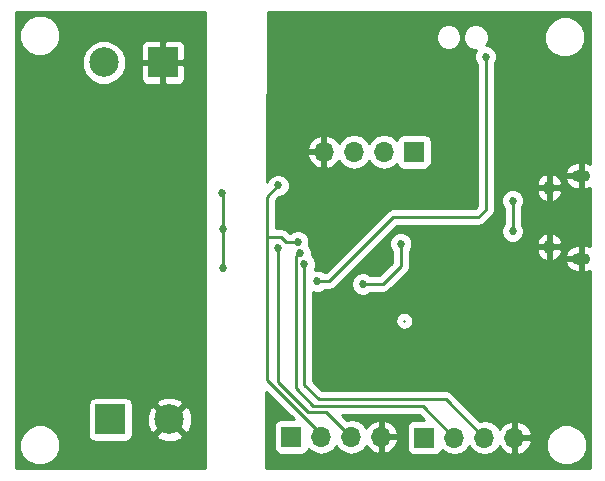
<source format=gbr>
G04 #@! TF.FileFunction,Copper,L2,Bot,Signal*
%FSLAX46Y46*%
G04 Gerber Fmt 4.6, Leading zero omitted, Abs format (unit mm)*
G04 Created by KiCad (PCBNEW 4.0.5) date 2017 February 05, Sunday 16:15:56*
%MOMM*%
%LPD*%
G01*
G04 APERTURE LIST*
%ADD10C,0.100000*%
%ADD11R,1.700000X1.700000*%
%ADD12O,1.700000X1.700000*%
%ADD13R,2.500000X2.500000*%
%ADD14C,2.500000*%
%ADD15O,0.950000X1.250000*%
%ADD16O,1.550000X1.000000*%
%ADD17C,0.685800*%
%ADD18C,0.254000*%
%ADD19C,0.152400*%
G04 APERTURE END LIST*
D10*
D11*
X84023200Y-131648200D03*
D12*
X86563200Y-131648200D03*
X89103200Y-131648200D03*
X91643200Y-131648200D03*
D13*
X73152000Y-99949000D03*
D14*
X68152000Y-99949000D03*
D11*
X95300800Y-131711700D03*
D12*
X97840800Y-131711700D03*
X100380800Y-131711700D03*
X102920800Y-131711700D03*
D11*
X94411800Y-107518200D03*
D12*
X91871800Y-107518200D03*
X89331800Y-107518200D03*
X86791800Y-107518200D03*
D15*
X105863400Y-115555400D03*
X105863400Y-110555400D03*
D16*
X108563400Y-116555400D03*
X108563400Y-109555400D03*
D13*
X68707000Y-130175000D03*
D14*
X73707000Y-130175000D03*
D17*
X92722700Y-99288600D03*
X99301300Y-115087400D03*
X88468200Y-120865900D03*
X100584000Y-121005600D03*
X88544400Y-110998000D03*
X108051600Y-111785400D03*
X103251000Y-107340400D03*
X107696000Y-129286000D03*
X83439000Y-103505000D03*
X90081100Y-118706900D03*
X93294200Y-115303300D03*
X82931000Y-115697000D03*
X84582000Y-115138200D03*
X82905600Y-110363000D03*
X84759800Y-116103400D03*
X85140800Y-117017800D03*
X102768400Y-114236500D03*
X102768400Y-111658400D03*
X100469700Y-99453700D03*
X86233000Y-118465600D03*
X78219300Y-117335300D03*
X78219300Y-114046000D03*
X78193900Y-111023400D03*
X71628000Y-113538000D03*
X72644000Y-113538000D03*
X72136000Y-114808000D03*
D18*
X93599000Y-121843800D02*
X93573600Y-121818400D01*
X92722700Y-99288600D02*
X92722700Y-99339400D01*
X88480900Y-120853200D02*
X88480900Y-120840500D01*
X88468200Y-120865900D02*
X88480900Y-120853200D01*
D19*
X103251000Y-107340400D02*
X103251000Y-107442000D01*
D18*
X93294200Y-115303300D02*
X93294200Y-117208300D01*
X91795600Y-118706900D02*
X90081100Y-118706900D01*
X93294200Y-117208300D02*
X91795600Y-118706900D01*
X93294200Y-115303300D02*
X93294200Y-115328700D01*
X86995002Y-129540002D02*
X89103200Y-131648200D01*
X85432902Y-129540002D02*
X86995002Y-129540002D01*
X82931000Y-127038100D02*
X85432902Y-129540002D01*
X82931000Y-115697000D02*
X82931000Y-127038100D01*
X84582000Y-115138200D02*
X83591400Y-115138200D01*
X83185000Y-114731800D02*
X81965800Y-114731800D01*
X83591400Y-115138200D02*
X83185000Y-114731800D01*
X81965800Y-111302800D02*
X82905600Y-110363000D01*
X81965800Y-126809500D02*
X81965800Y-114731800D01*
X81965800Y-114731800D02*
X81965800Y-111302800D01*
X86563200Y-131406900D02*
X81965800Y-126809500D01*
X86563200Y-131648200D02*
X86563200Y-131406900D01*
X84416900Y-116344700D02*
X84416900Y-127533400D01*
X95161100Y-129032000D02*
X97840800Y-131711700D01*
X85890100Y-129032000D02*
X95161100Y-129032000D01*
X84404200Y-127546100D02*
X85890100Y-129032000D01*
X84416900Y-127533400D02*
X84404200Y-127546100D01*
X84759800Y-116103400D02*
X84658200Y-116103400D01*
X84658200Y-116103400D02*
X84416900Y-116344700D01*
X84416900Y-116344700D02*
X84404200Y-116357400D01*
X85140800Y-117017800D02*
X85140800Y-127241298D01*
X85140800Y-127241298D02*
X86334602Y-128435100D01*
X86334602Y-128435100D02*
X97104200Y-128435100D01*
X97104200Y-128435100D02*
X100380800Y-131711700D01*
X102768400Y-114236500D02*
X102768400Y-111658400D01*
X100469700Y-112433100D02*
X100469700Y-99453700D01*
X87236300Y-118465600D02*
X92659200Y-113042700D01*
X92659200Y-113042700D02*
X99860100Y-113042700D01*
X99860100Y-113042700D02*
X100469700Y-112433100D01*
X86233000Y-118465600D02*
X87236300Y-118465600D01*
X86258400Y-118440200D02*
X86271100Y-118440200D01*
X86233000Y-118465600D02*
X86258400Y-118440200D01*
X78219300Y-114046000D02*
X78219300Y-117335300D01*
X78219300Y-111048800D02*
X78219300Y-114046000D01*
X78193900Y-111023400D02*
X78219300Y-111048800D01*
G36*
X76708000Y-134290000D02*
X60710000Y-134290000D01*
X60710000Y-132677599D01*
X61002699Y-132677599D01*
X61266281Y-133315515D01*
X61753918Y-133804004D01*
X62391373Y-134068699D01*
X63081599Y-134069301D01*
X63719515Y-133805719D01*
X64208004Y-133318082D01*
X64472699Y-132680627D01*
X64473301Y-131990401D01*
X64209719Y-131352485D01*
X63722082Y-130863996D01*
X63084627Y-130599301D01*
X62394401Y-130598699D01*
X61756485Y-130862281D01*
X61267996Y-131349918D01*
X61003301Y-131987373D01*
X61002699Y-132677599D01*
X60710000Y-132677599D01*
X60710000Y-128925000D01*
X66809560Y-128925000D01*
X66809560Y-131425000D01*
X66853838Y-131660317D01*
X66992910Y-131876441D01*
X67205110Y-132021431D01*
X67457000Y-132072440D01*
X69957000Y-132072440D01*
X70192317Y-132028162D01*
X70408441Y-131889090D01*
X70553431Y-131676890D01*
X70587567Y-131508320D01*
X72553285Y-131508320D01*
X72682533Y-131801123D01*
X73382806Y-132069388D01*
X74132435Y-132049250D01*
X74731467Y-131801123D01*
X74860715Y-131508320D01*
X73707000Y-130354605D01*
X72553285Y-131508320D01*
X70587567Y-131508320D01*
X70604440Y-131425000D01*
X70604440Y-129850806D01*
X71812612Y-129850806D01*
X71832750Y-130600435D01*
X72080877Y-131199467D01*
X72373680Y-131328715D01*
X73527395Y-130175000D01*
X73886605Y-130175000D01*
X75040320Y-131328715D01*
X75333123Y-131199467D01*
X75601388Y-130499194D01*
X75581250Y-129749565D01*
X75333123Y-129150533D01*
X75040320Y-129021285D01*
X73886605Y-130175000D01*
X73527395Y-130175000D01*
X72373680Y-129021285D01*
X72080877Y-129150533D01*
X71812612Y-129850806D01*
X70604440Y-129850806D01*
X70604440Y-128925000D01*
X70588763Y-128841680D01*
X72553285Y-128841680D01*
X73707000Y-129995395D01*
X74860715Y-128841680D01*
X74731467Y-128548877D01*
X74031194Y-128280612D01*
X73281565Y-128300750D01*
X72682533Y-128548877D01*
X72553285Y-128841680D01*
X70588763Y-128841680D01*
X70560162Y-128689683D01*
X70421090Y-128473559D01*
X70208890Y-128328569D01*
X69957000Y-128277560D01*
X67457000Y-128277560D01*
X67221683Y-128321838D01*
X67005559Y-128460910D01*
X66860569Y-128673110D01*
X66809560Y-128925000D01*
X60710000Y-128925000D01*
X60710000Y-100322305D01*
X66266674Y-100322305D01*
X66553043Y-101015372D01*
X67082839Y-101546093D01*
X67775405Y-101833672D01*
X68525305Y-101834326D01*
X69218372Y-101547957D01*
X69749093Y-101018161D01*
X70036672Y-100325595D01*
X70036751Y-100234750D01*
X71267000Y-100234750D01*
X71267000Y-101325310D01*
X71363673Y-101558699D01*
X71542302Y-101737327D01*
X71775691Y-101834000D01*
X72866250Y-101834000D01*
X73025000Y-101675250D01*
X73025000Y-100076000D01*
X73279000Y-100076000D01*
X73279000Y-101675250D01*
X73437750Y-101834000D01*
X74528309Y-101834000D01*
X74761698Y-101737327D01*
X74940327Y-101558699D01*
X75037000Y-101325310D01*
X75037000Y-100234750D01*
X74878250Y-100076000D01*
X73279000Y-100076000D01*
X73025000Y-100076000D01*
X71425750Y-100076000D01*
X71267000Y-100234750D01*
X70036751Y-100234750D01*
X70037326Y-99575695D01*
X69750957Y-98882628D01*
X69441560Y-98572690D01*
X71267000Y-98572690D01*
X71267000Y-99663250D01*
X71425750Y-99822000D01*
X73025000Y-99822000D01*
X73025000Y-98222750D01*
X73279000Y-98222750D01*
X73279000Y-99822000D01*
X74878250Y-99822000D01*
X75037000Y-99663250D01*
X75037000Y-98572690D01*
X74940327Y-98339301D01*
X74761698Y-98160673D01*
X74528309Y-98064000D01*
X73437750Y-98064000D01*
X73279000Y-98222750D01*
X73025000Y-98222750D01*
X72866250Y-98064000D01*
X71775691Y-98064000D01*
X71542302Y-98160673D01*
X71363673Y-98339301D01*
X71267000Y-98572690D01*
X69441560Y-98572690D01*
X69221161Y-98351907D01*
X68528595Y-98064328D01*
X67778695Y-98063674D01*
X67085628Y-98350043D01*
X66554907Y-98879839D01*
X66267328Y-99572405D01*
X66266674Y-100322305D01*
X60710000Y-100322305D01*
X60710000Y-98006599D01*
X61002699Y-98006599D01*
X61266281Y-98644515D01*
X61753918Y-99133004D01*
X62391373Y-99397699D01*
X63081599Y-99398301D01*
X63719515Y-99134719D01*
X64208004Y-98647082D01*
X64472699Y-98009627D01*
X64473301Y-97319401D01*
X64209719Y-96681485D01*
X63722082Y-96192996D01*
X63084627Y-95928301D01*
X62394401Y-95927699D01*
X61756485Y-96191281D01*
X61267996Y-96678918D01*
X61003301Y-97316373D01*
X61002699Y-98006599D01*
X60710000Y-98006599D01*
X60710000Y-95710000D01*
X76708000Y-95710000D01*
X76708000Y-134290000D01*
X76708000Y-134290000D01*
G37*
X76708000Y-134290000D02*
X60710000Y-134290000D01*
X60710000Y-132677599D01*
X61002699Y-132677599D01*
X61266281Y-133315515D01*
X61753918Y-133804004D01*
X62391373Y-134068699D01*
X63081599Y-134069301D01*
X63719515Y-133805719D01*
X64208004Y-133318082D01*
X64472699Y-132680627D01*
X64473301Y-131990401D01*
X64209719Y-131352485D01*
X63722082Y-130863996D01*
X63084627Y-130599301D01*
X62394401Y-130598699D01*
X61756485Y-130862281D01*
X61267996Y-131349918D01*
X61003301Y-131987373D01*
X61002699Y-132677599D01*
X60710000Y-132677599D01*
X60710000Y-128925000D01*
X66809560Y-128925000D01*
X66809560Y-131425000D01*
X66853838Y-131660317D01*
X66992910Y-131876441D01*
X67205110Y-132021431D01*
X67457000Y-132072440D01*
X69957000Y-132072440D01*
X70192317Y-132028162D01*
X70408441Y-131889090D01*
X70553431Y-131676890D01*
X70587567Y-131508320D01*
X72553285Y-131508320D01*
X72682533Y-131801123D01*
X73382806Y-132069388D01*
X74132435Y-132049250D01*
X74731467Y-131801123D01*
X74860715Y-131508320D01*
X73707000Y-130354605D01*
X72553285Y-131508320D01*
X70587567Y-131508320D01*
X70604440Y-131425000D01*
X70604440Y-129850806D01*
X71812612Y-129850806D01*
X71832750Y-130600435D01*
X72080877Y-131199467D01*
X72373680Y-131328715D01*
X73527395Y-130175000D01*
X73886605Y-130175000D01*
X75040320Y-131328715D01*
X75333123Y-131199467D01*
X75601388Y-130499194D01*
X75581250Y-129749565D01*
X75333123Y-129150533D01*
X75040320Y-129021285D01*
X73886605Y-130175000D01*
X73527395Y-130175000D01*
X72373680Y-129021285D01*
X72080877Y-129150533D01*
X71812612Y-129850806D01*
X70604440Y-129850806D01*
X70604440Y-128925000D01*
X70588763Y-128841680D01*
X72553285Y-128841680D01*
X73707000Y-129995395D01*
X74860715Y-128841680D01*
X74731467Y-128548877D01*
X74031194Y-128280612D01*
X73281565Y-128300750D01*
X72682533Y-128548877D01*
X72553285Y-128841680D01*
X70588763Y-128841680D01*
X70560162Y-128689683D01*
X70421090Y-128473559D01*
X70208890Y-128328569D01*
X69957000Y-128277560D01*
X67457000Y-128277560D01*
X67221683Y-128321838D01*
X67005559Y-128460910D01*
X66860569Y-128673110D01*
X66809560Y-128925000D01*
X60710000Y-128925000D01*
X60710000Y-100322305D01*
X66266674Y-100322305D01*
X66553043Y-101015372D01*
X67082839Y-101546093D01*
X67775405Y-101833672D01*
X68525305Y-101834326D01*
X69218372Y-101547957D01*
X69749093Y-101018161D01*
X70036672Y-100325595D01*
X70036751Y-100234750D01*
X71267000Y-100234750D01*
X71267000Y-101325310D01*
X71363673Y-101558699D01*
X71542302Y-101737327D01*
X71775691Y-101834000D01*
X72866250Y-101834000D01*
X73025000Y-101675250D01*
X73025000Y-100076000D01*
X73279000Y-100076000D01*
X73279000Y-101675250D01*
X73437750Y-101834000D01*
X74528309Y-101834000D01*
X74761698Y-101737327D01*
X74940327Y-101558699D01*
X75037000Y-101325310D01*
X75037000Y-100234750D01*
X74878250Y-100076000D01*
X73279000Y-100076000D01*
X73025000Y-100076000D01*
X71425750Y-100076000D01*
X71267000Y-100234750D01*
X70036751Y-100234750D01*
X70037326Y-99575695D01*
X69750957Y-98882628D01*
X69441560Y-98572690D01*
X71267000Y-98572690D01*
X71267000Y-99663250D01*
X71425750Y-99822000D01*
X73025000Y-99822000D01*
X73025000Y-98222750D01*
X73279000Y-98222750D01*
X73279000Y-99822000D01*
X74878250Y-99822000D01*
X75037000Y-99663250D01*
X75037000Y-98572690D01*
X74940327Y-98339301D01*
X74761698Y-98160673D01*
X74528309Y-98064000D01*
X73437750Y-98064000D01*
X73279000Y-98222750D01*
X73025000Y-98222750D01*
X72866250Y-98064000D01*
X71775691Y-98064000D01*
X71542302Y-98160673D01*
X71363673Y-98339301D01*
X71267000Y-98572690D01*
X69441560Y-98572690D01*
X69221161Y-98351907D01*
X68528595Y-98064328D01*
X67778695Y-98063674D01*
X67085628Y-98350043D01*
X66554907Y-98879839D01*
X66267328Y-99572405D01*
X66266674Y-100322305D01*
X60710000Y-100322305D01*
X60710000Y-98006599D01*
X61002699Y-98006599D01*
X61266281Y-98644515D01*
X61753918Y-99133004D01*
X62391373Y-99397699D01*
X63081599Y-99398301D01*
X63719515Y-99134719D01*
X64208004Y-98647082D01*
X64472699Y-98009627D01*
X64473301Y-97319401D01*
X64209719Y-96681485D01*
X63722082Y-96192996D01*
X63084627Y-95928301D01*
X62394401Y-95927699D01*
X61756485Y-96191281D01*
X61267996Y-96678918D01*
X61003301Y-97316373D01*
X61002699Y-98006599D01*
X60710000Y-98006599D01*
X60710000Y-95710000D01*
X76708000Y-95710000D01*
X76708000Y-134290000D01*
G36*
X109290000Y-108523585D02*
X108965400Y-108420400D01*
X108690400Y-108420400D01*
X108690400Y-109428400D01*
X108710400Y-109428400D01*
X108710400Y-109682400D01*
X108690400Y-109682400D01*
X108690400Y-110690400D01*
X108965400Y-110690400D01*
X109290000Y-110587215D01*
X109290000Y-115523585D01*
X108965400Y-115420400D01*
X108690400Y-115420400D01*
X108690400Y-116428400D01*
X108710400Y-116428400D01*
X108710400Y-116682400D01*
X108690400Y-116682400D01*
X108690400Y-117690400D01*
X108965400Y-117690400D01*
X109290000Y-117587215D01*
X109290000Y-134290000D01*
X81915000Y-134290000D01*
X81915000Y-127836330D01*
X84229429Y-130150760D01*
X83173200Y-130150760D01*
X82937883Y-130195038D01*
X82721759Y-130334110D01*
X82576769Y-130546310D01*
X82525760Y-130798200D01*
X82525760Y-132498200D01*
X82570038Y-132733517D01*
X82709110Y-132949641D01*
X82921310Y-133094631D01*
X83173200Y-133145640D01*
X84873200Y-133145640D01*
X85108517Y-133101362D01*
X85324641Y-132962290D01*
X85469631Y-132750090D01*
X85483286Y-132682659D01*
X85513146Y-132727347D01*
X85994915Y-133049254D01*
X86563200Y-133162293D01*
X87131485Y-133049254D01*
X87613254Y-132727347D01*
X87833200Y-132398174D01*
X88053146Y-132727347D01*
X88534915Y-133049254D01*
X89103200Y-133162293D01*
X89671485Y-133049254D01*
X90153254Y-132727347D01*
X90380902Y-132386647D01*
X90448017Y-132529558D01*
X90876276Y-132919845D01*
X91286310Y-133089676D01*
X91516200Y-132968355D01*
X91516200Y-131775200D01*
X91770200Y-131775200D01*
X91770200Y-132968355D01*
X92000090Y-133089676D01*
X92410124Y-132919845D01*
X92838383Y-132529558D01*
X93084686Y-132005092D01*
X92964019Y-131775200D01*
X91770200Y-131775200D01*
X91516200Y-131775200D01*
X91496200Y-131775200D01*
X91496200Y-131521200D01*
X91516200Y-131521200D01*
X91516200Y-130328045D01*
X91770200Y-130328045D01*
X91770200Y-131521200D01*
X92964019Y-131521200D01*
X93084686Y-131291308D01*
X92838383Y-130766842D01*
X92410124Y-130376555D01*
X92000090Y-130206724D01*
X91770200Y-130328045D01*
X91516200Y-130328045D01*
X91286310Y-130206724D01*
X90876276Y-130376555D01*
X90448017Y-130766842D01*
X90380902Y-130909753D01*
X90153254Y-130569053D01*
X89671485Y-130247146D01*
X89103200Y-130134107D01*
X88739151Y-130206521D01*
X88326630Y-129794000D01*
X94845470Y-129794000D01*
X95265730Y-130214260D01*
X94450800Y-130214260D01*
X94215483Y-130258538D01*
X93999359Y-130397610D01*
X93854369Y-130609810D01*
X93803360Y-130861700D01*
X93803360Y-132561700D01*
X93847638Y-132797017D01*
X93986710Y-133013141D01*
X94198910Y-133158131D01*
X94450800Y-133209140D01*
X96150800Y-133209140D01*
X96386117Y-133164862D01*
X96602241Y-133025790D01*
X96747231Y-132813590D01*
X96760886Y-132746159D01*
X96790746Y-132790847D01*
X97272515Y-133112754D01*
X97840800Y-133225793D01*
X98409085Y-133112754D01*
X98890854Y-132790847D01*
X99110800Y-132461674D01*
X99330746Y-132790847D01*
X99812515Y-133112754D01*
X100380800Y-133225793D01*
X100949085Y-133112754D01*
X101430854Y-132790847D01*
X101658502Y-132450147D01*
X101725617Y-132593058D01*
X102153876Y-132983345D01*
X102563910Y-133153176D01*
X102793800Y-133031855D01*
X102793800Y-131838700D01*
X103047800Y-131838700D01*
X103047800Y-133031855D01*
X103277690Y-133153176D01*
X103687724Y-132983345D01*
X104023216Y-132677599D01*
X105579699Y-132677599D01*
X105843281Y-133315515D01*
X106330918Y-133804004D01*
X106968373Y-134068699D01*
X107658599Y-134069301D01*
X108296515Y-133805719D01*
X108785004Y-133318082D01*
X109049699Y-132680627D01*
X109050301Y-131990401D01*
X108786719Y-131352485D01*
X108299082Y-130863996D01*
X107661627Y-130599301D01*
X106971401Y-130598699D01*
X106333485Y-130862281D01*
X105844996Y-131349918D01*
X105580301Y-131987373D01*
X105579699Y-132677599D01*
X104023216Y-132677599D01*
X104115983Y-132593058D01*
X104362286Y-132068592D01*
X104241619Y-131838700D01*
X103047800Y-131838700D01*
X102793800Y-131838700D01*
X102773800Y-131838700D01*
X102773800Y-131584700D01*
X102793800Y-131584700D01*
X102793800Y-130391545D01*
X103047800Y-130391545D01*
X103047800Y-131584700D01*
X104241619Y-131584700D01*
X104362286Y-131354808D01*
X104115983Y-130830342D01*
X103687724Y-130440055D01*
X103277690Y-130270224D01*
X103047800Y-130391545D01*
X102793800Y-130391545D01*
X102563910Y-130270224D01*
X102153876Y-130440055D01*
X101725617Y-130830342D01*
X101658502Y-130973253D01*
X101430854Y-130632553D01*
X100949085Y-130310646D01*
X100380800Y-130197607D01*
X100016751Y-130270021D01*
X97643015Y-127896285D01*
X97395805Y-127731104D01*
X97104200Y-127673100D01*
X86650232Y-127673100D01*
X85902800Y-126925668D01*
X85902800Y-121818400D01*
X92811601Y-121818400D01*
X92869604Y-122110004D01*
X93034785Y-122357215D01*
X93060185Y-122382615D01*
X93307396Y-122547796D01*
X93599000Y-122605799D01*
X93890604Y-122547796D01*
X94137815Y-122382615D01*
X94302996Y-122135404D01*
X94360999Y-121843800D01*
X94302996Y-121552196D01*
X94137815Y-121304985D01*
X94112415Y-121279585D01*
X93865204Y-121114404D01*
X93573600Y-121056401D01*
X93281996Y-121114404D01*
X93034785Y-121279585D01*
X92869604Y-121526796D01*
X92811601Y-121818400D01*
X85902800Y-121818400D01*
X85902800Y-119387344D01*
X86037630Y-119443330D01*
X86426663Y-119443669D01*
X86786212Y-119295107D01*
X86853837Y-119227600D01*
X87236300Y-119227600D01*
X87527905Y-119169596D01*
X87775115Y-119004415D01*
X87878967Y-118900563D01*
X89103031Y-118900563D01*
X89251593Y-119260112D01*
X89526441Y-119535440D01*
X89885730Y-119684630D01*
X90274763Y-119684969D01*
X90634312Y-119536407D01*
X90701937Y-119468900D01*
X91795600Y-119468900D01*
X92087205Y-119410896D01*
X92334415Y-119245715D01*
X93833015Y-117747116D01*
X93998196Y-117499905D01*
X94044292Y-117268163D01*
X94056200Y-117208300D01*
X94056200Y-116857274D01*
X107194281Y-116857274D01*
X107396032Y-117268163D01*
X107736722Y-117555402D01*
X108161400Y-117690400D01*
X108436400Y-117690400D01*
X108436400Y-116682400D01*
X107320446Y-116682400D01*
X107194281Y-116857274D01*
X94056200Y-116857274D01*
X94056200Y-115924383D01*
X94122740Y-115857959D01*
X94123332Y-115856531D01*
X104762171Y-115856531D01*
X104903832Y-116266449D01*
X105191579Y-116590952D01*
X105565462Y-116774668D01*
X105736400Y-116648134D01*
X105736400Y-115682400D01*
X105990400Y-115682400D01*
X105990400Y-116648134D01*
X106161338Y-116774668D01*
X106535221Y-116590952D01*
X106822968Y-116266449D01*
X106827433Y-116253526D01*
X107194281Y-116253526D01*
X107320446Y-116428400D01*
X108436400Y-116428400D01*
X108436400Y-115420400D01*
X108161400Y-115420400D01*
X107736722Y-115555398D01*
X107396032Y-115842637D01*
X107194281Y-116253526D01*
X106827433Y-116253526D01*
X106964629Y-115856531D01*
X106815963Y-115682400D01*
X105990400Y-115682400D01*
X105736400Y-115682400D01*
X104910837Y-115682400D01*
X104762171Y-115856531D01*
X94123332Y-115856531D01*
X94271930Y-115498670D01*
X94272142Y-115254269D01*
X104762171Y-115254269D01*
X104910837Y-115428400D01*
X105736400Y-115428400D01*
X105736400Y-114462666D01*
X105990400Y-114462666D01*
X105990400Y-115428400D01*
X106815963Y-115428400D01*
X106964629Y-115254269D01*
X106822968Y-114844351D01*
X106535221Y-114519848D01*
X106161338Y-114336132D01*
X105990400Y-114462666D01*
X105736400Y-114462666D01*
X105565462Y-114336132D01*
X105191579Y-114519848D01*
X104903832Y-114844351D01*
X104762171Y-115254269D01*
X94272142Y-115254269D01*
X94272269Y-115109637D01*
X94123707Y-114750088D01*
X93848859Y-114474760D01*
X93489570Y-114325570D01*
X93100537Y-114325231D01*
X92740988Y-114473793D01*
X92465660Y-114748641D01*
X92316470Y-115107930D01*
X92316131Y-115496963D01*
X92464693Y-115856512D01*
X92532200Y-115924137D01*
X92532200Y-116892669D01*
X91479970Y-117944900D01*
X90702183Y-117944900D01*
X90635759Y-117878360D01*
X90276470Y-117729170D01*
X89887437Y-117728831D01*
X89527888Y-117877393D01*
X89252560Y-118152241D01*
X89103370Y-118511530D01*
X89103031Y-118900563D01*
X87878967Y-118900563D01*
X92974831Y-113804700D01*
X99860100Y-113804700D01*
X100151705Y-113746696D01*
X100398915Y-113581515D01*
X101008516Y-112971915D01*
X101173697Y-112724704D01*
X101231700Y-112433100D01*
X101231700Y-111852063D01*
X101790331Y-111852063D01*
X101938893Y-112211612D01*
X102006400Y-112279237D01*
X102006400Y-113615417D01*
X101939860Y-113681841D01*
X101790670Y-114041130D01*
X101790331Y-114430163D01*
X101938893Y-114789712D01*
X102213741Y-115065040D01*
X102573030Y-115214230D01*
X102962063Y-115214569D01*
X103321612Y-115066007D01*
X103596940Y-114791159D01*
X103746130Y-114431870D01*
X103746469Y-114042837D01*
X103597907Y-113683288D01*
X103530400Y-113615663D01*
X103530400Y-112279483D01*
X103596940Y-112213059D01*
X103746130Y-111853770D01*
X103746469Y-111464737D01*
X103597907Y-111105188D01*
X103349684Y-110856531D01*
X104762171Y-110856531D01*
X104903832Y-111266449D01*
X105191579Y-111590952D01*
X105565462Y-111774668D01*
X105736400Y-111648134D01*
X105736400Y-110682400D01*
X105990400Y-110682400D01*
X105990400Y-111648134D01*
X106161338Y-111774668D01*
X106535221Y-111590952D01*
X106822968Y-111266449D01*
X106964629Y-110856531D01*
X106815963Y-110682400D01*
X105990400Y-110682400D01*
X105736400Y-110682400D01*
X104910837Y-110682400D01*
X104762171Y-110856531D01*
X103349684Y-110856531D01*
X103323059Y-110829860D01*
X102963770Y-110680670D01*
X102574737Y-110680331D01*
X102215188Y-110828893D01*
X101939860Y-111103741D01*
X101790670Y-111463030D01*
X101790331Y-111852063D01*
X101231700Y-111852063D01*
X101231700Y-110254269D01*
X104762171Y-110254269D01*
X104910837Y-110428400D01*
X105736400Y-110428400D01*
X105736400Y-109462666D01*
X105990400Y-109462666D01*
X105990400Y-110428400D01*
X106815963Y-110428400D01*
X106964629Y-110254269D01*
X106827434Y-109857274D01*
X107194281Y-109857274D01*
X107396032Y-110268163D01*
X107736722Y-110555402D01*
X108161400Y-110690400D01*
X108436400Y-110690400D01*
X108436400Y-109682400D01*
X107320446Y-109682400D01*
X107194281Y-109857274D01*
X106827434Y-109857274D01*
X106822968Y-109844351D01*
X106535221Y-109519848D01*
X106161338Y-109336132D01*
X105990400Y-109462666D01*
X105736400Y-109462666D01*
X105565462Y-109336132D01*
X105191579Y-109519848D01*
X104903832Y-109844351D01*
X104762171Y-110254269D01*
X101231700Y-110254269D01*
X101231700Y-109253526D01*
X107194281Y-109253526D01*
X107320446Y-109428400D01*
X108436400Y-109428400D01*
X108436400Y-108420400D01*
X108161400Y-108420400D01*
X107736722Y-108555398D01*
X107396032Y-108842637D01*
X107194281Y-109253526D01*
X101231700Y-109253526D01*
X101231700Y-100074783D01*
X101298240Y-100008359D01*
X101447430Y-99649070D01*
X101447769Y-99260037D01*
X101299207Y-98900488D01*
X101024359Y-98625160D01*
X100665070Y-98475970D01*
X100499960Y-98475826D01*
X100557782Y-98418105D01*
X100675919Y-98133599D01*
X105452699Y-98133599D01*
X105716281Y-98771515D01*
X106203918Y-99260004D01*
X106841373Y-99524699D01*
X107531599Y-99525301D01*
X108169515Y-99261719D01*
X108658004Y-98774082D01*
X108922699Y-98136627D01*
X108923301Y-97446401D01*
X108659719Y-96808485D01*
X108172082Y-96319996D01*
X107534627Y-96055301D01*
X106844401Y-96054699D01*
X106206485Y-96318281D01*
X105717996Y-96805918D01*
X105453301Y-97443373D01*
X105452699Y-98133599D01*
X100675919Y-98133599D01*
X100723311Y-98019467D01*
X100723688Y-97587827D01*
X100558854Y-97188900D01*
X100253905Y-96883418D01*
X99855267Y-96717889D01*
X99423627Y-96717512D01*
X99024700Y-96882346D01*
X98719218Y-97187295D01*
X98553689Y-97585933D01*
X98553312Y-98017573D01*
X98718146Y-98416500D01*
X99023095Y-98721982D01*
X99421733Y-98887511D01*
X99652508Y-98887713D01*
X99641160Y-98899041D01*
X99491970Y-99258330D01*
X99491631Y-99647363D01*
X99640193Y-100006912D01*
X99707700Y-100074537D01*
X99707700Y-112117469D01*
X99544470Y-112280700D01*
X92659200Y-112280700D01*
X92367595Y-112338704D01*
X92268577Y-112404866D01*
X92120385Y-112503884D01*
X86920670Y-117703600D01*
X86854083Y-117703600D01*
X86787659Y-117637060D01*
X86428370Y-117487870D01*
X86039337Y-117487531D01*
X85997412Y-117504854D01*
X86118530Y-117213170D01*
X86118869Y-116824137D01*
X85970307Y-116464588D01*
X85737589Y-116231463D01*
X85737869Y-115909737D01*
X85589307Y-115550188D01*
X85504895Y-115465628D01*
X85559730Y-115333570D01*
X85560069Y-114944537D01*
X85411507Y-114584988D01*
X85136659Y-114309660D01*
X84777370Y-114160470D01*
X84388337Y-114160131D01*
X84028788Y-114308693D01*
X83961163Y-114376200D01*
X83907030Y-114376200D01*
X83723815Y-114192985D01*
X83675153Y-114160470D01*
X83476605Y-114027804D01*
X83185000Y-113969800D01*
X82727800Y-113969800D01*
X82727800Y-111618430D01*
X83005243Y-111340987D01*
X83099263Y-111341069D01*
X83458812Y-111192507D01*
X83734140Y-110917659D01*
X83883330Y-110558370D01*
X83883669Y-110169337D01*
X83735107Y-109809788D01*
X83460259Y-109534460D01*
X83100970Y-109385270D01*
X82711937Y-109384931D01*
X82352388Y-109533493D01*
X82077060Y-109808341D01*
X81965447Y-110077134D01*
X81976624Y-107875092D01*
X85350314Y-107875092D01*
X85596617Y-108399558D01*
X86024876Y-108789845D01*
X86434910Y-108959676D01*
X86664800Y-108838355D01*
X86664800Y-107645200D01*
X85470981Y-107645200D01*
X85350314Y-107875092D01*
X81976624Y-107875092D01*
X81980247Y-107161308D01*
X85350314Y-107161308D01*
X85470981Y-107391200D01*
X86664800Y-107391200D01*
X86664800Y-106198045D01*
X86918800Y-106198045D01*
X86918800Y-107391200D01*
X86938800Y-107391200D01*
X86938800Y-107645200D01*
X86918800Y-107645200D01*
X86918800Y-108838355D01*
X87148690Y-108959676D01*
X87558724Y-108789845D01*
X87986983Y-108399558D01*
X88054098Y-108256647D01*
X88281746Y-108597347D01*
X88763515Y-108919254D01*
X89331800Y-109032293D01*
X89900085Y-108919254D01*
X90381854Y-108597347D01*
X90601800Y-108268174D01*
X90821746Y-108597347D01*
X91303515Y-108919254D01*
X91871800Y-109032293D01*
X92440085Y-108919254D01*
X92921854Y-108597347D01*
X92949650Y-108555748D01*
X92958638Y-108603517D01*
X93097710Y-108819641D01*
X93309910Y-108964631D01*
X93561800Y-109015640D01*
X95261800Y-109015640D01*
X95497117Y-108971362D01*
X95713241Y-108832290D01*
X95858231Y-108620090D01*
X95909240Y-108368200D01*
X95909240Y-106668200D01*
X95864962Y-106432883D01*
X95725890Y-106216759D01*
X95513690Y-106071769D01*
X95261800Y-106020760D01*
X93561800Y-106020760D01*
X93326483Y-106065038D01*
X93110359Y-106204110D01*
X92965369Y-106416310D01*
X92951714Y-106483741D01*
X92921854Y-106439053D01*
X92440085Y-106117146D01*
X91871800Y-106004107D01*
X91303515Y-106117146D01*
X90821746Y-106439053D01*
X90601800Y-106768226D01*
X90381854Y-106439053D01*
X89900085Y-106117146D01*
X89331800Y-106004107D01*
X88763515Y-106117146D01*
X88281746Y-106439053D01*
X88054098Y-106779753D01*
X87986983Y-106636842D01*
X87558724Y-106246555D01*
X87148690Y-106076724D01*
X86918800Y-106198045D01*
X86664800Y-106198045D01*
X86434910Y-106076724D01*
X86024876Y-106246555D01*
X85596617Y-106636842D01*
X85350314Y-107161308D01*
X81980247Y-107161308D01*
X82026663Y-98017573D01*
X96253312Y-98017573D01*
X96418146Y-98416500D01*
X96723095Y-98721982D01*
X97121733Y-98887511D01*
X97553373Y-98887888D01*
X97952300Y-98723054D01*
X98257782Y-98418105D01*
X98423311Y-98019467D01*
X98423688Y-97587827D01*
X98258854Y-97188900D01*
X97953905Y-96883418D01*
X97555267Y-96717889D01*
X97123627Y-96717512D01*
X96724700Y-96882346D01*
X96419218Y-97187295D01*
X96253689Y-97585933D01*
X96253312Y-98017573D01*
X82026663Y-98017573D01*
X82038377Y-95710000D01*
X109290000Y-95710000D01*
X109290000Y-108523585D01*
X109290000Y-108523585D01*
G37*
X109290000Y-108523585D02*
X108965400Y-108420400D01*
X108690400Y-108420400D01*
X108690400Y-109428400D01*
X108710400Y-109428400D01*
X108710400Y-109682400D01*
X108690400Y-109682400D01*
X108690400Y-110690400D01*
X108965400Y-110690400D01*
X109290000Y-110587215D01*
X109290000Y-115523585D01*
X108965400Y-115420400D01*
X108690400Y-115420400D01*
X108690400Y-116428400D01*
X108710400Y-116428400D01*
X108710400Y-116682400D01*
X108690400Y-116682400D01*
X108690400Y-117690400D01*
X108965400Y-117690400D01*
X109290000Y-117587215D01*
X109290000Y-134290000D01*
X81915000Y-134290000D01*
X81915000Y-127836330D01*
X84229429Y-130150760D01*
X83173200Y-130150760D01*
X82937883Y-130195038D01*
X82721759Y-130334110D01*
X82576769Y-130546310D01*
X82525760Y-130798200D01*
X82525760Y-132498200D01*
X82570038Y-132733517D01*
X82709110Y-132949641D01*
X82921310Y-133094631D01*
X83173200Y-133145640D01*
X84873200Y-133145640D01*
X85108517Y-133101362D01*
X85324641Y-132962290D01*
X85469631Y-132750090D01*
X85483286Y-132682659D01*
X85513146Y-132727347D01*
X85994915Y-133049254D01*
X86563200Y-133162293D01*
X87131485Y-133049254D01*
X87613254Y-132727347D01*
X87833200Y-132398174D01*
X88053146Y-132727347D01*
X88534915Y-133049254D01*
X89103200Y-133162293D01*
X89671485Y-133049254D01*
X90153254Y-132727347D01*
X90380902Y-132386647D01*
X90448017Y-132529558D01*
X90876276Y-132919845D01*
X91286310Y-133089676D01*
X91516200Y-132968355D01*
X91516200Y-131775200D01*
X91770200Y-131775200D01*
X91770200Y-132968355D01*
X92000090Y-133089676D01*
X92410124Y-132919845D01*
X92838383Y-132529558D01*
X93084686Y-132005092D01*
X92964019Y-131775200D01*
X91770200Y-131775200D01*
X91516200Y-131775200D01*
X91496200Y-131775200D01*
X91496200Y-131521200D01*
X91516200Y-131521200D01*
X91516200Y-130328045D01*
X91770200Y-130328045D01*
X91770200Y-131521200D01*
X92964019Y-131521200D01*
X93084686Y-131291308D01*
X92838383Y-130766842D01*
X92410124Y-130376555D01*
X92000090Y-130206724D01*
X91770200Y-130328045D01*
X91516200Y-130328045D01*
X91286310Y-130206724D01*
X90876276Y-130376555D01*
X90448017Y-130766842D01*
X90380902Y-130909753D01*
X90153254Y-130569053D01*
X89671485Y-130247146D01*
X89103200Y-130134107D01*
X88739151Y-130206521D01*
X88326630Y-129794000D01*
X94845470Y-129794000D01*
X95265730Y-130214260D01*
X94450800Y-130214260D01*
X94215483Y-130258538D01*
X93999359Y-130397610D01*
X93854369Y-130609810D01*
X93803360Y-130861700D01*
X93803360Y-132561700D01*
X93847638Y-132797017D01*
X93986710Y-133013141D01*
X94198910Y-133158131D01*
X94450800Y-133209140D01*
X96150800Y-133209140D01*
X96386117Y-133164862D01*
X96602241Y-133025790D01*
X96747231Y-132813590D01*
X96760886Y-132746159D01*
X96790746Y-132790847D01*
X97272515Y-133112754D01*
X97840800Y-133225793D01*
X98409085Y-133112754D01*
X98890854Y-132790847D01*
X99110800Y-132461674D01*
X99330746Y-132790847D01*
X99812515Y-133112754D01*
X100380800Y-133225793D01*
X100949085Y-133112754D01*
X101430854Y-132790847D01*
X101658502Y-132450147D01*
X101725617Y-132593058D01*
X102153876Y-132983345D01*
X102563910Y-133153176D01*
X102793800Y-133031855D01*
X102793800Y-131838700D01*
X103047800Y-131838700D01*
X103047800Y-133031855D01*
X103277690Y-133153176D01*
X103687724Y-132983345D01*
X104023216Y-132677599D01*
X105579699Y-132677599D01*
X105843281Y-133315515D01*
X106330918Y-133804004D01*
X106968373Y-134068699D01*
X107658599Y-134069301D01*
X108296515Y-133805719D01*
X108785004Y-133318082D01*
X109049699Y-132680627D01*
X109050301Y-131990401D01*
X108786719Y-131352485D01*
X108299082Y-130863996D01*
X107661627Y-130599301D01*
X106971401Y-130598699D01*
X106333485Y-130862281D01*
X105844996Y-131349918D01*
X105580301Y-131987373D01*
X105579699Y-132677599D01*
X104023216Y-132677599D01*
X104115983Y-132593058D01*
X104362286Y-132068592D01*
X104241619Y-131838700D01*
X103047800Y-131838700D01*
X102793800Y-131838700D01*
X102773800Y-131838700D01*
X102773800Y-131584700D01*
X102793800Y-131584700D01*
X102793800Y-130391545D01*
X103047800Y-130391545D01*
X103047800Y-131584700D01*
X104241619Y-131584700D01*
X104362286Y-131354808D01*
X104115983Y-130830342D01*
X103687724Y-130440055D01*
X103277690Y-130270224D01*
X103047800Y-130391545D01*
X102793800Y-130391545D01*
X102563910Y-130270224D01*
X102153876Y-130440055D01*
X101725617Y-130830342D01*
X101658502Y-130973253D01*
X101430854Y-130632553D01*
X100949085Y-130310646D01*
X100380800Y-130197607D01*
X100016751Y-130270021D01*
X97643015Y-127896285D01*
X97395805Y-127731104D01*
X97104200Y-127673100D01*
X86650232Y-127673100D01*
X85902800Y-126925668D01*
X85902800Y-121818400D01*
X92811601Y-121818400D01*
X92869604Y-122110004D01*
X93034785Y-122357215D01*
X93060185Y-122382615D01*
X93307396Y-122547796D01*
X93599000Y-122605799D01*
X93890604Y-122547796D01*
X94137815Y-122382615D01*
X94302996Y-122135404D01*
X94360999Y-121843800D01*
X94302996Y-121552196D01*
X94137815Y-121304985D01*
X94112415Y-121279585D01*
X93865204Y-121114404D01*
X93573600Y-121056401D01*
X93281996Y-121114404D01*
X93034785Y-121279585D01*
X92869604Y-121526796D01*
X92811601Y-121818400D01*
X85902800Y-121818400D01*
X85902800Y-119387344D01*
X86037630Y-119443330D01*
X86426663Y-119443669D01*
X86786212Y-119295107D01*
X86853837Y-119227600D01*
X87236300Y-119227600D01*
X87527905Y-119169596D01*
X87775115Y-119004415D01*
X87878967Y-118900563D01*
X89103031Y-118900563D01*
X89251593Y-119260112D01*
X89526441Y-119535440D01*
X89885730Y-119684630D01*
X90274763Y-119684969D01*
X90634312Y-119536407D01*
X90701937Y-119468900D01*
X91795600Y-119468900D01*
X92087205Y-119410896D01*
X92334415Y-119245715D01*
X93833015Y-117747116D01*
X93998196Y-117499905D01*
X94044292Y-117268163D01*
X94056200Y-117208300D01*
X94056200Y-116857274D01*
X107194281Y-116857274D01*
X107396032Y-117268163D01*
X107736722Y-117555402D01*
X108161400Y-117690400D01*
X108436400Y-117690400D01*
X108436400Y-116682400D01*
X107320446Y-116682400D01*
X107194281Y-116857274D01*
X94056200Y-116857274D01*
X94056200Y-115924383D01*
X94122740Y-115857959D01*
X94123332Y-115856531D01*
X104762171Y-115856531D01*
X104903832Y-116266449D01*
X105191579Y-116590952D01*
X105565462Y-116774668D01*
X105736400Y-116648134D01*
X105736400Y-115682400D01*
X105990400Y-115682400D01*
X105990400Y-116648134D01*
X106161338Y-116774668D01*
X106535221Y-116590952D01*
X106822968Y-116266449D01*
X106827433Y-116253526D01*
X107194281Y-116253526D01*
X107320446Y-116428400D01*
X108436400Y-116428400D01*
X108436400Y-115420400D01*
X108161400Y-115420400D01*
X107736722Y-115555398D01*
X107396032Y-115842637D01*
X107194281Y-116253526D01*
X106827433Y-116253526D01*
X106964629Y-115856531D01*
X106815963Y-115682400D01*
X105990400Y-115682400D01*
X105736400Y-115682400D01*
X104910837Y-115682400D01*
X104762171Y-115856531D01*
X94123332Y-115856531D01*
X94271930Y-115498670D01*
X94272142Y-115254269D01*
X104762171Y-115254269D01*
X104910837Y-115428400D01*
X105736400Y-115428400D01*
X105736400Y-114462666D01*
X105990400Y-114462666D01*
X105990400Y-115428400D01*
X106815963Y-115428400D01*
X106964629Y-115254269D01*
X106822968Y-114844351D01*
X106535221Y-114519848D01*
X106161338Y-114336132D01*
X105990400Y-114462666D01*
X105736400Y-114462666D01*
X105565462Y-114336132D01*
X105191579Y-114519848D01*
X104903832Y-114844351D01*
X104762171Y-115254269D01*
X94272142Y-115254269D01*
X94272269Y-115109637D01*
X94123707Y-114750088D01*
X93848859Y-114474760D01*
X93489570Y-114325570D01*
X93100537Y-114325231D01*
X92740988Y-114473793D01*
X92465660Y-114748641D01*
X92316470Y-115107930D01*
X92316131Y-115496963D01*
X92464693Y-115856512D01*
X92532200Y-115924137D01*
X92532200Y-116892669D01*
X91479970Y-117944900D01*
X90702183Y-117944900D01*
X90635759Y-117878360D01*
X90276470Y-117729170D01*
X89887437Y-117728831D01*
X89527888Y-117877393D01*
X89252560Y-118152241D01*
X89103370Y-118511530D01*
X89103031Y-118900563D01*
X87878967Y-118900563D01*
X92974831Y-113804700D01*
X99860100Y-113804700D01*
X100151705Y-113746696D01*
X100398915Y-113581515D01*
X101008516Y-112971915D01*
X101173697Y-112724704D01*
X101231700Y-112433100D01*
X101231700Y-111852063D01*
X101790331Y-111852063D01*
X101938893Y-112211612D01*
X102006400Y-112279237D01*
X102006400Y-113615417D01*
X101939860Y-113681841D01*
X101790670Y-114041130D01*
X101790331Y-114430163D01*
X101938893Y-114789712D01*
X102213741Y-115065040D01*
X102573030Y-115214230D01*
X102962063Y-115214569D01*
X103321612Y-115066007D01*
X103596940Y-114791159D01*
X103746130Y-114431870D01*
X103746469Y-114042837D01*
X103597907Y-113683288D01*
X103530400Y-113615663D01*
X103530400Y-112279483D01*
X103596940Y-112213059D01*
X103746130Y-111853770D01*
X103746469Y-111464737D01*
X103597907Y-111105188D01*
X103349684Y-110856531D01*
X104762171Y-110856531D01*
X104903832Y-111266449D01*
X105191579Y-111590952D01*
X105565462Y-111774668D01*
X105736400Y-111648134D01*
X105736400Y-110682400D01*
X105990400Y-110682400D01*
X105990400Y-111648134D01*
X106161338Y-111774668D01*
X106535221Y-111590952D01*
X106822968Y-111266449D01*
X106964629Y-110856531D01*
X106815963Y-110682400D01*
X105990400Y-110682400D01*
X105736400Y-110682400D01*
X104910837Y-110682400D01*
X104762171Y-110856531D01*
X103349684Y-110856531D01*
X103323059Y-110829860D01*
X102963770Y-110680670D01*
X102574737Y-110680331D01*
X102215188Y-110828893D01*
X101939860Y-111103741D01*
X101790670Y-111463030D01*
X101790331Y-111852063D01*
X101231700Y-111852063D01*
X101231700Y-110254269D01*
X104762171Y-110254269D01*
X104910837Y-110428400D01*
X105736400Y-110428400D01*
X105736400Y-109462666D01*
X105990400Y-109462666D01*
X105990400Y-110428400D01*
X106815963Y-110428400D01*
X106964629Y-110254269D01*
X106827434Y-109857274D01*
X107194281Y-109857274D01*
X107396032Y-110268163D01*
X107736722Y-110555402D01*
X108161400Y-110690400D01*
X108436400Y-110690400D01*
X108436400Y-109682400D01*
X107320446Y-109682400D01*
X107194281Y-109857274D01*
X106827434Y-109857274D01*
X106822968Y-109844351D01*
X106535221Y-109519848D01*
X106161338Y-109336132D01*
X105990400Y-109462666D01*
X105736400Y-109462666D01*
X105565462Y-109336132D01*
X105191579Y-109519848D01*
X104903832Y-109844351D01*
X104762171Y-110254269D01*
X101231700Y-110254269D01*
X101231700Y-109253526D01*
X107194281Y-109253526D01*
X107320446Y-109428400D01*
X108436400Y-109428400D01*
X108436400Y-108420400D01*
X108161400Y-108420400D01*
X107736722Y-108555398D01*
X107396032Y-108842637D01*
X107194281Y-109253526D01*
X101231700Y-109253526D01*
X101231700Y-100074783D01*
X101298240Y-100008359D01*
X101447430Y-99649070D01*
X101447769Y-99260037D01*
X101299207Y-98900488D01*
X101024359Y-98625160D01*
X100665070Y-98475970D01*
X100499960Y-98475826D01*
X100557782Y-98418105D01*
X100675919Y-98133599D01*
X105452699Y-98133599D01*
X105716281Y-98771515D01*
X106203918Y-99260004D01*
X106841373Y-99524699D01*
X107531599Y-99525301D01*
X108169515Y-99261719D01*
X108658004Y-98774082D01*
X108922699Y-98136627D01*
X108923301Y-97446401D01*
X108659719Y-96808485D01*
X108172082Y-96319996D01*
X107534627Y-96055301D01*
X106844401Y-96054699D01*
X106206485Y-96318281D01*
X105717996Y-96805918D01*
X105453301Y-97443373D01*
X105452699Y-98133599D01*
X100675919Y-98133599D01*
X100723311Y-98019467D01*
X100723688Y-97587827D01*
X100558854Y-97188900D01*
X100253905Y-96883418D01*
X99855267Y-96717889D01*
X99423627Y-96717512D01*
X99024700Y-96882346D01*
X98719218Y-97187295D01*
X98553689Y-97585933D01*
X98553312Y-98017573D01*
X98718146Y-98416500D01*
X99023095Y-98721982D01*
X99421733Y-98887511D01*
X99652508Y-98887713D01*
X99641160Y-98899041D01*
X99491970Y-99258330D01*
X99491631Y-99647363D01*
X99640193Y-100006912D01*
X99707700Y-100074537D01*
X99707700Y-112117469D01*
X99544470Y-112280700D01*
X92659200Y-112280700D01*
X92367595Y-112338704D01*
X92268577Y-112404866D01*
X92120385Y-112503884D01*
X86920670Y-117703600D01*
X86854083Y-117703600D01*
X86787659Y-117637060D01*
X86428370Y-117487870D01*
X86039337Y-117487531D01*
X85997412Y-117504854D01*
X86118530Y-117213170D01*
X86118869Y-116824137D01*
X85970307Y-116464588D01*
X85737589Y-116231463D01*
X85737869Y-115909737D01*
X85589307Y-115550188D01*
X85504895Y-115465628D01*
X85559730Y-115333570D01*
X85560069Y-114944537D01*
X85411507Y-114584988D01*
X85136659Y-114309660D01*
X84777370Y-114160470D01*
X84388337Y-114160131D01*
X84028788Y-114308693D01*
X83961163Y-114376200D01*
X83907030Y-114376200D01*
X83723815Y-114192985D01*
X83675153Y-114160470D01*
X83476605Y-114027804D01*
X83185000Y-113969800D01*
X82727800Y-113969800D01*
X82727800Y-111618430D01*
X83005243Y-111340987D01*
X83099263Y-111341069D01*
X83458812Y-111192507D01*
X83734140Y-110917659D01*
X83883330Y-110558370D01*
X83883669Y-110169337D01*
X83735107Y-109809788D01*
X83460259Y-109534460D01*
X83100970Y-109385270D01*
X82711937Y-109384931D01*
X82352388Y-109533493D01*
X82077060Y-109808341D01*
X81965447Y-110077134D01*
X81976624Y-107875092D01*
X85350314Y-107875092D01*
X85596617Y-108399558D01*
X86024876Y-108789845D01*
X86434910Y-108959676D01*
X86664800Y-108838355D01*
X86664800Y-107645200D01*
X85470981Y-107645200D01*
X85350314Y-107875092D01*
X81976624Y-107875092D01*
X81980247Y-107161308D01*
X85350314Y-107161308D01*
X85470981Y-107391200D01*
X86664800Y-107391200D01*
X86664800Y-106198045D01*
X86918800Y-106198045D01*
X86918800Y-107391200D01*
X86938800Y-107391200D01*
X86938800Y-107645200D01*
X86918800Y-107645200D01*
X86918800Y-108838355D01*
X87148690Y-108959676D01*
X87558724Y-108789845D01*
X87986983Y-108399558D01*
X88054098Y-108256647D01*
X88281746Y-108597347D01*
X88763515Y-108919254D01*
X89331800Y-109032293D01*
X89900085Y-108919254D01*
X90381854Y-108597347D01*
X90601800Y-108268174D01*
X90821746Y-108597347D01*
X91303515Y-108919254D01*
X91871800Y-109032293D01*
X92440085Y-108919254D01*
X92921854Y-108597347D01*
X92949650Y-108555748D01*
X92958638Y-108603517D01*
X93097710Y-108819641D01*
X93309910Y-108964631D01*
X93561800Y-109015640D01*
X95261800Y-109015640D01*
X95497117Y-108971362D01*
X95713241Y-108832290D01*
X95858231Y-108620090D01*
X95909240Y-108368200D01*
X95909240Y-106668200D01*
X95864962Y-106432883D01*
X95725890Y-106216759D01*
X95513690Y-106071769D01*
X95261800Y-106020760D01*
X93561800Y-106020760D01*
X93326483Y-106065038D01*
X93110359Y-106204110D01*
X92965369Y-106416310D01*
X92951714Y-106483741D01*
X92921854Y-106439053D01*
X92440085Y-106117146D01*
X91871800Y-106004107D01*
X91303515Y-106117146D01*
X90821746Y-106439053D01*
X90601800Y-106768226D01*
X90381854Y-106439053D01*
X89900085Y-106117146D01*
X89331800Y-106004107D01*
X88763515Y-106117146D01*
X88281746Y-106439053D01*
X88054098Y-106779753D01*
X87986983Y-106636842D01*
X87558724Y-106246555D01*
X87148690Y-106076724D01*
X86918800Y-106198045D01*
X86664800Y-106198045D01*
X86434910Y-106076724D01*
X86024876Y-106246555D01*
X85596617Y-106636842D01*
X85350314Y-107161308D01*
X81980247Y-107161308D01*
X82026663Y-98017573D01*
X96253312Y-98017573D01*
X96418146Y-98416500D01*
X96723095Y-98721982D01*
X97121733Y-98887511D01*
X97553373Y-98887888D01*
X97952300Y-98723054D01*
X98257782Y-98418105D01*
X98423311Y-98019467D01*
X98423688Y-97587827D01*
X98258854Y-97188900D01*
X97953905Y-96883418D01*
X97555267Y-96717889D01*
X97123627Y-96717512D01*
X96724700Y-96882346D01*
X96419218Y-97187295D01*
X96253689Y-97585933D01*
X96253312Y-98017573D01*
X82026663Y-98017573D01*
X82038377Y-95710000D01*
X109290000Y-95710000D01*
X109290000Y-108523585D01*
M02*

</source>
